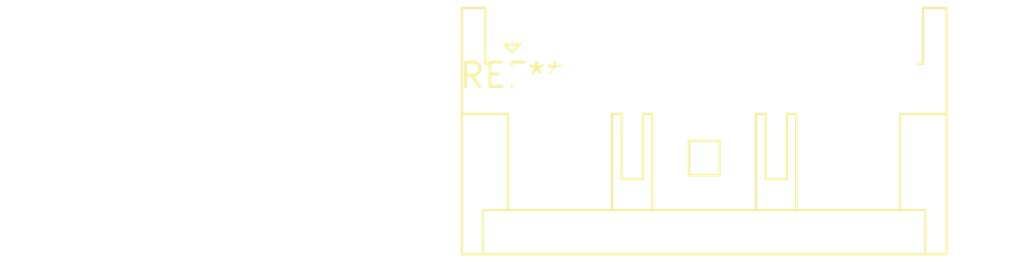
<source format=kicad_pcb>
(kicad_pcb (version 20240108) (generator pcbnew)
  (layers (0 "F.Cu" signal) (31 "B.Cu" signal) (34 "B.Paste" user) (35 "F.Paste" user) (36 "B.SilkS" user "B.Silkscreen") (37 "F.SilkS" user "F.Silkscreen") (38 "B.Mask" user) (39 "F.Mask" user) (44 "Edge.Cuts" user))
  (net 0 "")
  (footprint "JST_XA_S09B-XASK-1N-BN_1x09_P2.50mm_Horizontal" (layer "F.Cu") (at 0 0)
    (property "Reference" "REF**")
    (property "Value" "JST_XA_S09B-XASK-1N-BN_1x09_P2.50mm_Horizontal")
    (fp_line (start -2.61 -3.51) (end -2.61 9.31) (layer "F.SilkS") (stroke (width 0.12)))
    (fp_line (start -2.61 9.31) (end 22.61 9.31) (layer "F.SilkS") (stroke (width 0.12)))
    (fp_line (start -1.5 7.01) (end 21.5 7.01) (layer "F.SilkS") (stroke (width 0.12)))
    (fp_line (start -1.5 9.31) (end -1.5 7.01) (layer "F.SilkS") (stroke (width 0.12)))
    (fp_line (start -1.39 -3.51) (end -2.61 -3.51) (layer "F.SilkS") (stroke (width 0.12)))
    (fp_line (start -1.39 -0.61) (end -1.39 -3.51) (layer "F.SilkS") (stroke (width 0.12)))
    (fp_line (start -1.11 -0.61) (end -1.39 -0.61) (layer "F.SilkS") (stroke (width 0.12)))
    (fp_line (start -0.4 -1.6) (end 0.4 -1.6) (layer "F.SilkS") (stroke (width 0.12)))
    (fp_line (start -0.2 2) (end -2.61 2) (layer "F.SilkS") (stroke (width 0.12)))
    (fp_line (start -0.2 7.01) (end -0.2 2) (layer "F.SilkS") (stroke (width 0.12)))
    (fp_line (start 0 -1.2) (end -0.4 -1.6) (layer "F.SilkS") (stroke (width 0.12)))
    (fp_line (start 0.4 -1.6) (end 0 -1.2) (layer "F.SilkS") (stroke (width 0.12)))
    (fp_line (start 5.2 2) (end 5.2 7.01) (layer "F.SilkS") (stroke (width 0.12)))
    (fp_line (start 5.7 2) (end 5.2 2) (layer "F.SilkS") (stroke (width 0.12)))
    (fp_line (start 5.7 5.41) (end 5.7 2) (layer "F.SilkS") (stroke (width 0.12)))
    (fp_line (start 6.8 2) (end 6.8 5.41) (layer "F.SilkS") (stroke (width 0.12)))
    (fp_line (start 6.8 5.41) (end 5.7 5.41) (layer "F.SilkS") (stroke (width 0.12)))
    (fp_line (start 7.3 2) (end 6.8 2) (layer "F.SilkS") (stroke (width 0.12)))
    (fp_line (start 7.3 7.01) (end 7.3 2) (layer "F.SilkS") (stroke (width 0.12)))
    (fp_line (start 9.2 3.4) (end 10.8 3.4) (layer "F.SilkS") (stroke (width 0.12)))
    (fp_line (start 9.2 5.2) (end 9.2 3.4) (layer "F.SilkS") (stroke (width 0.12)))
    (fp_line (start 10.8 3.4) (end 10.8 5.2) (layer "F.SilkS") (stroke (width 0.12)))
    (fp_line (start 10.8 5.2) (end 9.2 5.2) (layer "F.SilkS") (stroke (width 0.12)))
    (fp_line (start 12.7 2) (end 13.2 2) (layer "F.SilkS") (stroke (width 0.12)))
    (fp_line (start 12.7 7.01) (end 12.7 2) (layer "F.SilkS") (stroke (width 0.12)))
    (fp_line (start 13.2 2) (end 13.2 5.41) (layer "F.SilkS") (stroke (width 0.12)))
    (fp_line (start 13.2 5.41) (end 14.3 5.41) (layer "F.SilkS") (stroke (width 0.12)))
    (fp_line (start 14.3 2) (end 14.8 2) (layer "F.SilkS") (stroke (width 0.12)))
    (fp_line (start 14.3 5.41) (end 14.3 2) (layer "F.SilkS") (stroke (width 0.12)))
    (fp_line (start 14.8 2) (end 14.8 7.01) (layer "F.SilkS") (stroke (width 0.12)))
    (fp_line (start 20.2 2) (end 22.61 2) (layer "F.SilkS") (stroke (width 0.12)))
    (fp_line (start 20.2 7.01) (end 20.2 2) (layer "F.SilkS") (stroke (width 0.12)))
    (fp_line (start 21.39 -3.51) (end 21.39 -0.61) (layer "F.SilkS") (stroke (width 0.12)))
    (fp_line (start 21.39 -0.61) (end 21.11 -0.61) (layer "F.SilkS") (stroke (width 0.12)))
    (fp_line (start 21.5 7.01) (end 21.5 9.31) (layer "F.SilkS") (stroke (width 0.12)))
    (fp_line (start 22.61 -3.51) (end 21.39 -3.51) (layer "F.SilkS") (stroke (width 0.12)))
    (fp_line (start 22.61 9.31) (end 22.61 -3.51) (layer "F.SilkS") (stroke (width 0.12)))
    (pad "1" thru_hole roundrect (at 0 0) (size 1.7 1.95) (drill 0.95) (layers *.Cu *.Mask) (remove_unused_layers) (roundrect_rratio 0.147059))
    (pad "2" thru_hole oval (at 2.5 0) (size 1.7 1.95) (drill 0.95) (layers *.Cu *.Mask) (remove_unused_layers))
    (pad "3" thru_hole oval (at 5 0) (size 1.7 1.95) (drill 0.95) (layers *.Cu *.Mask) (remove_unused_layers))
    (pad "4" thru_hole oval (at 7.5 0) (size 1.7 1.95) (drill 0.95) (layers *.Cu *.Mask) (remove_unused_layers))
    (pad "5" thru_hole oval (at 10 0) (size 1.7 1.95) (drill 0.95) (layers *.Cu *.Mask) (remove_unused_layers))
    (pad "6" thru_hole oval (at 12.5 0) (size 1.7 1.95) (drill 0.95) (layers *.Cu *.Mask) (remove_unused_layers))
    (pad "7" thru_hole oval (at 15 0) (size 1.7 1.95) (drill 0.95) (layers *.Cu *.Mask) (remove_unused_layers))
    (pad "8" thru_hole oval (at 17.5 0) (size 1.7 1.95) (drill 0.95) (layers *.Cu *.Mask) (remove_unused_layers))
    (pad "9" thru_hole oval (at 20 0) (size 1.7 1.95) (drill 0.95) (layers *.Cu *.Mask) (remove_unused_layers))
  )
)
</source>
